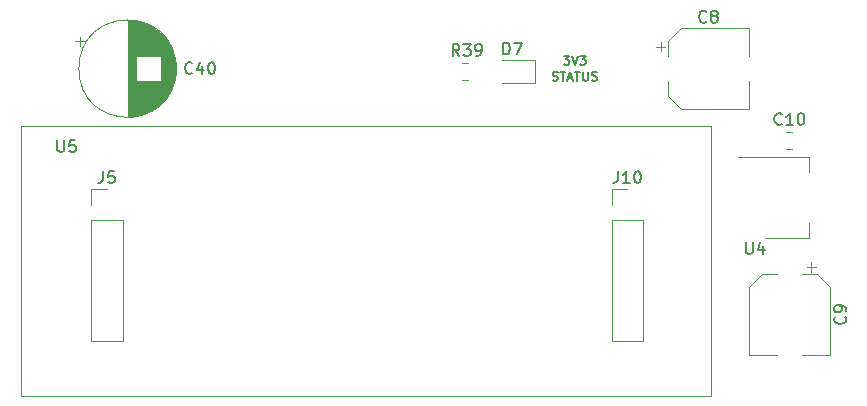
<source format=gbr>
%TF.GenerationSoftware,KiCad,Pcbnew,(5.1.12)-1*%
%TF.CreationDate,2022-03-31T08:39:47-05:00*%
%TF.ProjectId,Power_Board,506f7765-725f-4426-9f61-72642e6b6963,rev?*%
%TF.SameCoordinates,Original*%
%TF.FileFunction,Legend,Top*%
%TF.FilePolarity,Positive*%
%FSLAX46Y46*%
G04 Gerber Fmt 4.6, Leading zero omitted, Abs format (unit mm)*
G04 Created by KiCad (PCBNEW (5.1.12)-1) date 2022-03-31 08:39:47*
%MOMM*%
%LPD*%
G01*
G04 APERTURE LIST*
%ADD10C,0.190500*%
%ADD11C,0.120000*%
%ADD12C,0.150000*%
G04 APERTURE END LIST*
D10*
X159838571Y-74607964D02*
X160310285Y-74607964D01*
X160056285Y-74898250D01*
X160165142Y-74898250D01*
X160237714Y-74934535D01*
X160274000Y-74970821D01*
X160310285Y-75043392D01*
X160310285Y-75224821D01*
X160274000Y-75297392D01*
X160237714Y-75333678D01*
X160165142Y-75369964D01*
X159947428Y-75369964D01*
X159874857Y-75333678D01*
X159838571Y-75297392D01*
X160528000Y-74607964D02*
X160782000Y-75369964D01*
X161036000Y-74607964D01*
X161217428Y-74607964D02*
X161689142Y-74607964D01*
X161435142Y-74898250D01*
X161544000Y-74898250D01*
X161616571Y-74934535D01*
X161652857Y-74970821D01*
X161689142Y-75043392D01*
X161689142Y-75224821D01*
X161652857Y-75297392D01*
X161616571Y-75333678D01*
X161544000Y-75369964D01*
X161326285Y-75369964D01*
X161253714Y-75333678D01*
X161217428Y-75297392D01*
X158895142Y-76667178D02*
X159004000Y-76703464D01*
X159185428Y-76703464D01*
X159258000Y-76667178D01*
X159294285Y-76630892D01*
X159330571Y-76558321D01*
X159330571Y-76485750D01*
X159294285Y-76413178D01*
X159258000Y-76376892D01*
X159185428Y-76340607D01*
X159040285Y-76304321D01*
X158967714Y-76268035D01*
X158931428Y-76231750D01*
X158895142Y-76159178D01*
X158895142Y-76086607D01*
X158931428Y-76014035D01*
X158967714Y-75977750D01*
X159040285Y-75941464D01*
X159221714Y-75941464D01*
X159330571Y-75977750D01*
X159548285Y-75941464D02*
X159983714Y-75941464D01*
X159766000Y-76703464D02*
X159766000Y-75941464D01*
X160201428Y-76485750D02*
X160564285Y-76485750D01*
X160128857Y-76703464D02*
X160382857Y-75941464D01*
X160636857Y-76703464D01*
X160782000Y-75941464D02*
X161217428Y-75941464D01*
X160999714Y-76703464D02*
X160999714Y-75941464D01*
X161471428Y-75941464D02*
X161471428Y-76558321D01*
X161507714Y-76630892D01*
X161544000Y-76667178D01*
X161616571Y-76703464D01*
X161761714Y-76703464D01*
X161834285Y-76667178D01*
X161870571Y-76630892D01*
X161906857Y-76558321D01*
X161906857Y-75941464D01*
X162233428Y-76667178D02*
X162342285Y-76703464D01*
X162523714Y-76703464D01*
X162596285Y-76667178D01*
X162632571Y-76630892D01*
X162668857Y-76558321D01*
X162668857Y-76485750D01*
X162632571Y-76413178D01*
X162596285Y-76376892D01*
X162523714Y-76340607D01*
X162378571Y-76304321D01*
X162306000Y-76268035D01*
X162269714Y-76231750D01*
X162233428Y-76159178D01*
X162233428Y-76086607D01*
X162269714Y-76014035D01*
X162306000Y-75977750D01*
X162378571Y-75941464D01*
X162560000Y-75941464D01*
X162668857Y-75977750D01*
D11*
%TO.C,C10*%
X179204252Y-81078000D02*
X178681748Y-81078000D01*
X179204252Y-82498000D02*
X178681748Y-82498000D01*
%TO.C,U4*%
X180599000Y-90024000D02*
X180599000Y-88764000D01*
X180599000Y-83204000D02*
X180599000Y-84464000D01*
X176839000Y-90024000D02*
X180599000Y-90024000D01*
X174589000Y-83204000D02*
X180599000Y-83204000D01*
%TO.C,U5*%
X172339000Y-80518000D02*
X172339000Y-103378000D01*
X113919000Y-80518000D02*
X113919000Y-103378000D01*
X113919000Y-103378000D02*
X172339000Y-103378000D01*
X113919000Y-80518000D02*
X172339000Y-80518000D01*
%TO.C,C9*%
X181184250Y-92476250D02*
X180396750Y-92476250D01*
X180790500Y-92082500D02*
X180790500Y-92870000D01*
X176597437Y-93110000D02*
X175533000Y-94174437D01*
X181288563Y-93110000D02*
X182353000Y-94174437D01*
X181288563Y-93110000D02*
X180003000Y-93110000D01*
X176597437Y-93110000D02*
X177883000Y-93110000D01*
X175533000Y-94174437D02*
X175533000Y-99930000D01*
X182353000Y-94174437D02*
X182353000Y-99930000D01*
X182353000Y-99930000D02*
X180003000Y-99930000D01*
X175533000Y-99930000D02*
X177883000Y-99930000D01*
%TO.C,C40*%
X127028000Y-75692000D02*
G75*
G03*
X127028000Y-75692000I-4120000J0D01*
G01*
X122908000Y-71612000D02*
X122908000Y-79772000D01*
X122948000Y-71612000D02*
X122948000Y-79772000D01*
X122988000Y-71612000D02*
X122988000Y-79772000D01*
X123028000Y-71613000D02*
X123028000Y-79771000D01*
X123068000Y-71615000D02*
X123068000Y-79769000D01*
X123108000Y-71616000D02*
X123108000Y-79768000D01*
X123148000Y-71618000D02*
X123148000Y-79766000D01*
X123188000Y-71621000D02*
X123188000Y-79763000D01*
X123228000Y-71624000D02*
X123228000Y-79760000D01*
X123268000Y-71627000D02*
X123268000Y-79757000D01*
X123308000Y-71631000D02*
X123308000Y-79753000D01*
X123348000Y-71635000D02*
X123348000Y-79749000D01*
X123388000Y-71640000D02*
X123388000Y-79744000D01*
X123428000Y-71644000D02*
X123428000Y-79740000D01*
X123468000Y-71650000D02*
X123468000Y-79734000D01*
X123508000Y-71655000D02*
X123508000Y-79729000D01*
X123548000Y-71662000D02*
X123548000Y-79722000D01*
X123588000Y-71668000D02*
X123588000Y-79716000D01*
X123629000Y-71675000D02*
X123629000Y-74652000D01*
X123629000Y-76732000D02*
X123629000Y-79709000D01*
X123669000Y-71682000D02*
X123669000Y-74652000D01*
X123669000Y-76732000D02*
X123669000Y-79702000D01*
X123709000Y-71690000D02*
X123709000Y-74652000D01*
X123709000Y-76732000D02*
X123709000Y-79694000D01*
X123749000Y-71698000D02*
X123749000Y-74652000D01*
X123749000Y-76732000D02*
X123749000Y-79686000D01*
X123789000Y-71707000D02*
X123789000Y-74652000D01*
X123789000Y-76732000D02*
X123789000Y-79677000D01*
X123829000Y-71716000D02*
X123829000Y-74652000D01*
X123829000Y-76732000D02*
X123829000Y-79668000D01*
X123869000Y-71725000D02*
X123869000Y-74652000D01*
X123869000Y-76732000D02*
X123869000Y-79659000D01*
X123909000Y-71735000D02*
X123909000Y-74652000D01*
X123909000Y-76732000D02*
X123909000Y-79649000D01*
X123949000Y-71745000D02*
X123949000Y-74652000D01*
X123949000Y-76732000D02*
X123949000Y-79639000D01*
X123989000Y-71756000D02*
X123989000Y-74652000D01*
X123989000Y-76732000D02*
X123989000Y-79628000D01*
X124029000Y-71767000D02*
X124029000Y-74652000D01*
X124029000Y-76732000D02*
X124029000Y-79617000D01*
X124069000Y-71778000D02*
X124069000Y-74652000D01*
X124069000Y-76732000D02*
X124069000Y-79606000D01*
X124109000Y-71790000D02*
X124109000Y-74652000D01*
X124109000Y-76732000D02*
X124109000Y-79594000D01*
X124149000Y-71803000D02*
X124149000Y-74652000D01*
X124149000Y-76732000D02*
X124149000Y-79581000D01*
X124189000Y-71815000D02*
X124189000Y-74652000D01*
X124189000Y-76732000D02*
X124189000Y-79569000D01*
X124229000Y-71829000D02*
X124229000Y-74652000D01*
X124229000Y-76732000D02*
X124229000Y-79555000D01*
X124269000Y-71842000D02*
X124269000Y-74652000D01*
X124269000Y-76732000D02*
X124269000Y-79542000D01*
X124309000Y-71857000D02*
X124309000Y-74652000D01*
X124309000Y-76732000D02*
X124309000Y-79527000D01*
X124349000Y-71871000D02*
X124349000Y-74652000D01*
X124349000Y-76732000D02*
X124349000Y-79513000D01*
X124389000Y-71887000D02*
X124389000Y-74652000D01*
X124389000Y-76732000D02*
X124389000Y-79497000D01*
X124429000Y-71902000D02*
X124429000Y-74652000D01*
X124429000Y-76732000D02*
X124429000Y-79482000D01*
X124469000Y-71918000D02*
X124469000Y-74652000D01*
X124469000Y-76732000D02*
X124469000Y-79466000D01*
X124509000Y-71935000D02*
X124509000Y-74652000D01*
X124509000Y-76732000D02*
X124509000Y-79449000D01*
X124549000Y-71952000D02*
X124549000Y-74652000D01*
X124549000Y-76732000D02*
X124549000Y-79432000D01*
X124589000Y-71970000D02*
X124589000Y-74652000D01*
X124589000Y-76732000D02*
X124589000Y-79414000D01*
X124629000Y-71988000D02*
X124629000Y-74652000D01*
X124629000Y-76732000D02*
X124629000Y-79396000D01*
X124669000Y-72006000D02*
X124669000Y-74652000D01*
X124669000Y-76732000D02*
X124669000Y-79378000D01*
X124709000Y-72026000D02*
X124709000Y-74652000D01*
X124709000Y-76732000D02*
X124709000Y-79358000D01*
X124749000Y-72045000D02*
X124749000Y-74652000D01*
X124749000Y-76732000D02*
X124749000Y-79339000D01*
X124789000Y-72065000D02*
X124789000Y-74652000D01*
X124789000Y-76732000D02*
X124789000Y-79319000D01*
X124829000Y-72086000D02*
X124829000Y-74652000D01*
X124829000Y-76732000D02*
X124829000Y-79298000D01*
X124869000Y-72108000D02*
X124869000Y-74652000D01*
X124869000Y-76732000D02*
X124869000Y-79276000D01*
X124909000Y-72130000D02*
X124909000Y-74652000D01*
X124909000Y-76732000D02*
X124909000Y-79254000D01*
X124949000Y-72152000D02*
X124949000Y-74652000D01*
X124949000Y-76732000D02*
X124949000Y-79232000D01*
X124989000Y-72175000D02*
X124989000Y-74652000D01*
X124989000Y-76732000D02*
X124989000Y-79209000D01*
X125029000Y-72199000D02*
X125029000Y-74652000D01*
X125029000Y-76732000D02*
X125029000Y-79185000D01*
X125069000Y-72223000D02*
X125069000Y-74652000D01*
X125069000Y-76732000D02*
X125069000Y-79161000D01*
X125109000Y-72248000D02*
X125109000Y-74652000D01*
X125109000Y-76732000D02*
X125109000Y-79136000D01*
X125149000Y-72274000D02*
X125149000Y-74652000D01*
X125149000Y-76732000D02*
X125149000Y-79110000D01*
X125189000Y-72300000D02*
X125189000Y-74652000D01*
X125189000Y-76732000D02*
X125189000Y-79084000D01*
X125229000Y-72327000D02*
X125229000Y-74652000D01*
X125229000Y-76732000D02*
X125229000Y-79057000D01*
X125269000Y-72354000D02*
X125269000Y-74652000D01*
X125269000Y-76732000D02*
X125269000Y-79030000D01*
X125309000Y-72383000D02*
X125309000Y-74652000D01*
X125309000Y-76732000D02*
X125309000Y-79001000D01*
X125349000Y-72412000D02*
X125349000Y-74652000D01*
X125349000Y-76732000D02*
X125349000Y-78972000D01*
X125389000Y-72442000D02*
X125389000Y-74652000D01*
X125389000Y-76732000D02*
X125389000Y-78942000D01*
X125429000Y-72472000D02*
X125429000Y-74652000D01*
X125429000Y-76732000D02*
X125429000Y-78912000D01*
X125469000Y-72503000D02*
X125469000Y-74652000D01*
X125469000Y-76732000D02*
X125469000Y-78881000D01*
X125509000Y-72536000D02*
X125509000Y-74652000D01*
X125509000Y-76732000D02*
X125509000Y-78848000D01*
X125549000Y-72568000D02*
X125549000Y-74652000D01*
X125549000Y-76732000D02*
X125549000Y-78816000D01*
X125589000Y-72602000D02*
X125589000Y-74652000D01*
X125589000Y-76732000D02*
X125589000Y-78782000D01*
X125629000Y-72637000D02*
X125629000Y-74652000D01*
X125629000Y-76732000D02*
X125629000Y-78747000D01*
X125669000Y-72673000D02*
X125669000Y-74652000D01*
X125669000Y-76732000D02*
X125669000Y-78711000D01*
X125709000Y-72709000D02*
X125709000Y-78675000D01*
X125749000Y-72747000D02*
X125749000Y-78637000D01*
X125789000Y-72785000D02*
X125789000Y-78599000D01*
X125829000Y-72825000D02*
X125829000Y-78559000D01*
X125869000Y-72866000D02*
X125869000Y-78518000D01*
X125909000Y-72908000D02*
X125909000Y-78476000D01*
X125949000Y-72951000D02*
X125949000Y-78433000D01*
X125989000Y-72995000D02*
X125989000Y-78389000D01*
X126029000Y-73041000D02*
X126029000Y-78343000D01*
X126069000Y-73088000D02*
X126069000Y-78296000D01*
X126109000Y-73136000D02*
X126109000Y-78248000D01*
X126149000Y-73187000D02*
X126149000Y-78197000D01*
X126189000Y-73238000D02*
X126189000Y-78146000D01*
X126229000Y-73292000D02*
X126229000Y-78092000D01*
X126269000Y-73347000D02*
X126269000Y-78037000D01*
X126309000Y-73405000D02*
X126309000Y-77979000D01*
X126349000Y-73464000D02*
X126349000Y-77920000D01*
X126389000Y-73526000D02*
X126389000Y-77858000D01*
X126429000Y-73590000D02*
X126429000Y-77794000D01*
X126469000Y-73658000D02*
X126469000Y-77726000D01*
X126509000Y-73728000D02*
X126509000Y-77656000D01*
X126549000Y-73802000D02*
X126549000Y-77582000D01*
X126589000Y-73879000D02*
X126589000Y-77505000D01*
X126629000Y-73961000D02*
X126629000Y-77423000D01*
X126669000Y-74047000D02*
X126669000Y-77337000D01*
X126709000Y-74140000D02*
X126709000Y-77244000D01*
X126749000Y-74239000D02*
X126749000Y-77145000D01*
X126789000Y-74346000D02*
X126789000Y-77038000D01*
X126829000Y-74463000D02*
X126829000Y-76921000D01*
X126869000Y-74594000D02*
X126869000Y-76790000D01*
X126909000Y-74744000D02*
X126909000Y-76640000D01*
X126949000Y-74924000D02*
X126949000Y-76460000D01*
X126989000Y-75159000D02*
X126989000Y-76225000D01*
X118498302Y-73377000D02*
X119298302Y-73377000D01*
X118898302Y-72977000D02*
X118898302Y-73777000D01*
%TO.C,D7*%
X157435000Y-74986000D02*
X154575000Y-74986000D01*
X157435000Y-76906000D02*
X157435000Y-74986000D01*
X154575000Y-76906000D02*
X157435000Y-76906000D01*
%TO.C,R39*%
X151772252Y-75236000D02*
X151249748Y-75236000D01*
X151772252Y-76656000D02*
X151249748Y-76656000D01*
%TO.C,C8*%
X175495000Y-79102000D02*
X175495000Y-76752000D01*
X175495000Y-72282000D02*
X175495000Y-74632000D01*
X169739437Y-72282000D02*
X175495000Y-72282000D01*
X169739437Y-79102000D02*
X175495000Y-79102000D01*
X168675000Y-78037563D02*
X168675000Y-76752000D01*
X168675000Y-73346437D02*
X168675000Y-74632000D01*
X168675000Y-73346437D02*
X169739437Y-72282000D01*
X168675000Y-78037563D02*
X169739437Y-79102000D01*
X167647500Y-73844500D02*
X168435000Y-73844500D01*
X168041250Y-73450750D02*
X168041250Y-74238250D01*
%TO.C,J5*%
X119828000Y-85919000D02*
X121158000Y-85919000D01*
X119828000Y-87249000D02*
X119828000Y-85919000D01*
X119828000Y-88519000D02*
X122488000Y-88519000D01*
X122488000Y-88519000D02*
X122488000Y-98739000D01*
X119828000Y-88519000D02*
X119828000Y-98739000D01*
X119828000Y-98739000D02*
X122488000Y-98739000D01*
%TO.C,J10*%
X163897000Y-98739000D02*
X166557000Y-98739000D01*
X163897000Y-88519000D02*
X163897000Y-98739000D01*
X166557000Y-88519000D02*
X166557000Y-98739000D01*
X163897000Y-88519000D02*
X166557000Y-88519000D01*
X163897000Y-87249000D02*
X163897000Y-85919000D01*
X163897000Y-85919000D02*
X165227000Y-85919000D01*
%TO.C,C10*%
D12*
X178300142Y-80367142D02*
X178252523Y-80414761D01*
X178109666Y-80462380D01*
X178014428Y-80462380D01*
X177871571Y-80414761D01*
X177776333Y-80319523D01*
X177728714Y-80224285D01*
X177681095Y-80033809D01*
X177681095Y-79890952D01*
X177728714Y-79700476D01*
X177776333Y-79605238D01*
X177871571Y-79510000D01*
X178014428Y-79462380D01*
X178109666Y-79462380D01*
X178252523Y-79510000D01*
X178300142Y-79557619D01*
X179252523Y-80462380D02*
X178681095Y-80462380D01*
X178966809Y-80462380D02*
X178966809Y-79462380D01*
X178871571Y-79605238D01*
X178776333Y-79700476D01*
X178681095Y-79748095D01*
X179871571Y-79462380D02*
X179966809Y-79462380D01*
X180062047Y-79510000D01*
X180109666Y-79557619D01*
X180157285Y-79652857D01*
X180204904Y-79843333D01*
X180204904Y-80081428D01*
X180157285Y-80271904D01*
X180109666Y-80367142D01*
X180062047Y-80414761D01*
X179966809Y-80462380D01*
X179871571Y-80462380D01*
X179776333Y-80414761D01*
X179728714Y-80367142D01*
X179681095Y-80271904D01*
X179633476Y-80081428D01*
X179633476Y-79843333D01*
X179681095Y-79652857D01*
X179728714Y-79557619D01*
X179776333Y-79510000D01*
X179871571Y-79462380D01*
%TO.C,U4*%
X175260095Y-90384380D02*
X175260095Y-91193904D01*
X175307714Y-91289142D01*
X175355333Y-91336761D01*
X175450571Y-91384380D01*
X175641047Y-91384380D01*
X175736285Y-91336761D01*
X175783904Y-91289142D01*
X175831523Y-91193904D01*
X175831523Y-90384380D01*
X176736285Y-90717714D02*
X176736285Y-91384380D01*
X176498190Y-90336761D02*
X176260095Y-91051047D01*
X176879142Y-91051047D01*
%TO.C,U5*%
X116967095Y-81740380D02*
X116967095Y-82549904D01*
X117014714Y-82645142D01*
X117062333Y-82692761D01*
X117157571Y-82740380D01*
X117348047Y-82740380D01*
X117443285Y-82692761D01*
X117490904Y-82645142D01*
X117538523Y-82549904D01*
X117538523Y-81740380D01*
X118490904Y-81740380D02*
X118014714Y-81740380D01*
X117967095Y-82216571D01*
X118014714Y-82168952D01*
X118109952Y-82121333D01*
X118348047Y-82121333D01*
X118443285Y-82168952D01*
X118490904Y-82216571D01*
X118538523Y-82311809D01*
X118538523Y-82549904D01*
X118490904Y-82645142D01*
X118443285Y-82692761D01*
X118348047Y-82740380D01*
X118109952Y-82740380D01*
X118014714Y-82692761D01*
X117967095Y-82645142D01*
%TO.C,C9*%
X183650142Y-96686666D02*
X183697761Y-96734285D01*
X183745380Y-96877142D01*
X183745380Y-96972380D01*
X183697761Y-97115238D01*
X183602523Y-97210476D01*
X183507285Y-97258095D01*
X183316809Y-97305714D01*
X183173952Y-97305714D01*
X182983476Y-97258095D01*
X182888238Y-97210476D01*
X182793000Y-97115238D01*
X182745380Y-96972380D01*
X182745380Y-96877142D01*
X182793000Y-96734285D01*
X182840619Y-96686666D01*
X183745380Y-96210476D02*
X183745380Y-96020000D01*
X183697761Y-95924761D01*
X183650142Y-95877142D01*
X183507285Y-95781904D01*
X183316809Y-95734285D01*
X182935857Y-95734285D01*
X182840619Y-95781904D01*
X182793000Y-95829523D01*
X182745380Y-95924761D01*
X182745380Y-96115238D01*
X182793000Y-96210476D01*
X182840619Y-96258095D01*
X182935857Y-96305714D01*
X183173952Y-96305714D01*
X183269190Y-96258095D01*
X183316809Y-96210476D01*
X183364428Y-96115238D01*
X183364428Y-95924761D01*
X183316809Y-95829523D01*
X183269190Y-95781904D01*
X183173952Y-95734285D01*
%TO.C,C40*%
X128389142Y-76049142D02*
X128341523Y-76096761D01*
X128198666Y-76144380D01*
X128103428Y-76144380D01*
X127960571Y-76096761D01*
X127865333Y-76001523D01*
X127817714Y-75906285D01*
X127770095Y-75715809D01*
X127770095Y-75572952D01*
X127817714Y-75382476D01*
X127865333Y-75287238D01*
X127960571Y-75192000D01*
X128103428Y-75144380D01*
X128198666Y-75144380D01*
X128341523Y-75192000D01*
X128389142Y-75239619D01*
X129246285Y-75477714D02*
X129246285Y-76144380D01*
X129008190Y-75096761D02*
X128770095Y-75811047D01*
X129389142Y-75811047D01*
X129960571Y-75144380D02*
X130055809Y-75144380D01*
X130151047Y-75192000D01*
X130198666Y-75239619D01*
X130246285Y-75334857D01*
X130293904Y-75525333D01*
X130293904Y-75763428D01*
X130246285Y-75953904D01*
X130198666Y-76049142D01*
X130151047Y-76096761D01*
X130055809Y-76144380D01*
X129960571Y-76144380D01*
X129865333Y-76096761D01*
X129817714Y-76049142D01*
X129770095Y-75953904D01*
X129722476Y-75763428D01*
X129722476Y-75525333D01*
X129770095Y-75334857D01*
X129817714Y-75239619D01*
X129865333Y-75192000D01*
X129960571Y-75144380D01*
%TO.C,D7*%
X154709904Y-74493380D02*
X154709904Y-73493380D01*
X154948000Y-73493380D01*
X155090857Y-73541000D01*
X155186095Y-73636238D01*
X155233714Y-73731476D01*
X155281333Y-73921952D01*
X155281333Y-74064809D01*
X155233714Y-74255285D01*
X155186095Y-74350523D01*
X155090857Y-74445761D01*
X154948000Y-74493380D01*
X154709904Y-74493380D01*
X155614666Y-73493380D02*
X156281333Y-73493380D01*
X155852761Y-74493380D01*
%TO.C,R39*%
X150995142Y-74620380D02*
X150661809Y-74144190D01*
X150423714Y-74620380D02*
X150423714Y-73620380D01*
X150804666Y-73620380D01*
X150899904Y-73668000D01*
X150947523Y-73715619D01*
X150995142Y-73810857D01*
X150995142Y-73953714D01*
X150947523Y-74048952D01*
X150899904Y-74096571D01*
X150804666Y-74144190D01*
X150423714Y-74144190D01*
X151328476Y-73620380D02*
X151947523Y-73620380D01*
X151614190Y-74001333D01*
X151757047Y-74001333D01*
X151852285Y-74048952D01*
X151899904Y-74096571D01*
X151947523Y-74191809D01*
X151947523Y-74429904D01*
X151899904Y-74525142D01*
X151852285Y-74572761D01*
X151757047Y-74620380D01*
X151471333Y-74620380D01*
X151376095Y-74572761D01*
X151328476Y-74525142D01*
X152423714Y-74620380D02*
X152614190Y-74620380D01*
X152709428Y-74572761D01*
X152757047Y-74525142D01*
X152852285Y-74382285D01*
X152899904Y-74191809D01*
X152899904Y-73810857D01*
X152852285Y-73715619D01*
X152804666Y-73668000D01*
X152709428Y-73620380D01*
X152518952Y-73620380D01*
X152423714Y-73668000D01*
X152376095Y-73715619D01*
X152328476Y-73810857D01*
X152328476Y-74048952D01*
X152376095Y-74144190D01*
X152423714Y-74191809D01*
X152518952Y-74239428D01*
X152709428Y-74239428D01*
X152804666Y-74191809D01*
X152852285Y-74144190D01*
X152899904Y-74048952D01*
%TO.C,C8*%
X171918333Y-71699142D02*
X171870714Y-71746761D01*
X171727857Y-71794380D01*
X171632619Y-71794380D01*
X171489761Y-71746761D01*
X171394523Y-71651523D01*
X171346904Y-71556285D01*
X171299285Y-71365809D01*
X171299285Y-71222952D01*
X171346904Y-71032476D01*
X171394523Y-70937238D01*
X171489761Y-70842000D01*
X171632619Y-70794380D01*
X171727857Y-70794380D01*
X171870714Y-70842000D01*
X171918333Y-70889619D01*
X172489761Y-71222952D02*
X172394523Y-71175333D01*
X172346904Y-71127714D01*
X172299285Y-71032476D01*
X172299285Y-70984857D01*
X172346904Y-70889619D01*
X172394523Y-70842000D01*
X172489761Y-70794380D01*
X172680238Y-70794380D01*
X172775476Y-70842000D01*
X172823095Y-70889619D01*
X172870714Y-70984857D01*
X172870714Y-71032476D01*
X172823095Y-71127714D01*
X172775476Y-71175333D01*
X172680238Y-71222952D01*
X172489761Y-71222952D01*
X172394523Y-71270571D01*
X172346904Y-71318190D01*
X172299285Y-71413428D01*
X172299285Y-71603904D01*
X172346904Y-71699142D01*
X172394523Y-71746761D01*
X172489761Y-71794380D01*
X172680238Y-71794380D01*
X172775476Y-71746761D01*
X172823095Y-71699142D01*
X172870714Y-71603904D01*
X172870714Y-71413428D01*
X172823095Y-71318190D01*
X172775476Y-71270571D01*
X172680238Y-71222952D01*
%TO.C,J5*%
X120824666Y-84371380D02*
X120824666Y-85085666D01*
X120777047Y-85228523D01*
X120681809Y-85323761D01*
X120538952Y-85371380D01*
X120443714Y-85371380D01*
X121777047Y-84371380D02*
X121300857Y-84371380D01*
X121253238Y-84847571D01*
X121300857Y-84799952D01*
X121396095Y-84752333D01*
X121634190Y-84752333D01*
X121729428Y-84799952D01*
X121777047Y-84847571D01*
X121824666Y-84942809D01*
X121824666Y-85180904D01*
X121777047Y-85276142D01*
X121729428Y-85323761D01*
X121634190Y-85371380D01*
X121396095Y-85371380D01*
X121300857Y-85323761D01*
X121253238Y-85276142D01*
%TO.C,J10*%
X164417476Y-84371380D02*
X164417476Y-85085666D01*
X164369857Y-85228523D01*
X164274619Y-85323761D01*
X164131761Y-85371380D01*
X164036523Y-85371380D01*
X165417476Y-85371380D02*
X164846047Y-85371380D01*
X165131761Y-85371380D02*
X165131761Y-84371380D01*
X165036523Y-84514238D01*
X164941285Y-84609476D01*
X164846047Y-84657095D01*
X166036523Y-84371380D02*
X166131761Y-84371380D01*
X166227000Y-84419000D01*
X166274619Y-84466619D01*
X166322238Y-84561857D01*
X166369857Y-84752333D01*
X166369857Y-84990428D01*
X166322238Y-85180904D01*
X166274619Y-85276142D01*
X166227000Y-85323761D01*
X166131761Y-85371380D01*
X166036523Y-85371380D01*
X165941285Y-85323761D01*
X165893666Y-85276142D01*
X165846047Y-85180904D01*
X165798428Y-84990428D01*
X165798428Y-84752333D01*
X165846047Y-84561857D01*
X165893666Y-84466619D01*
X165941285Y-84419000D01*
X166036523Y-84371380D01*
%TD*%
M02*

</source>
